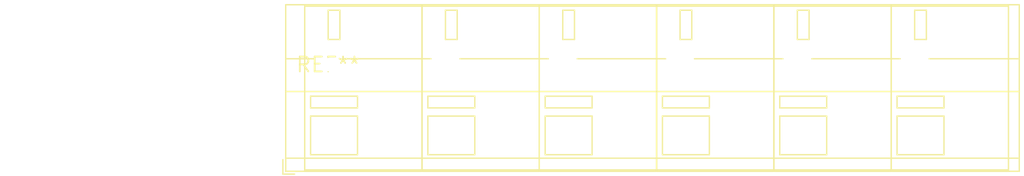
<source format=kicad_pcb>
(kicad_pcb (version 20240108) (generator pcbnew)
  (layers (0 "F.Cu" signal) (31 "B.Cu" signal) (34 "B.Paste" user) (35 "F.Paste" user) (36 "B.SilkS" user "B.Silkscreen") (37 "F.SilkS" user "F.Silkscreen") (38 "B.Mask" user) (39 "F.Mask" user) (44 "Edge.Cuts" user))
  (net 0 "")
  (footprint "TerminalBlock_WAGO_236-306_1x06_P10.00mm_45Degree" (layer "F.Cu") (at 0 0)
    (property "Reference" "REF**")
    (property "Value" "TerminalBlock_WAGO_236-306_1x06_P10.00mm_45Degree")
    (fp_line (start -3.86 8.12) (end -3.86 9.36) (layer "F.SilkS") (stroke (width 0.12)))
    (fp_line (start -3.86 9.36) (end -2.86 9.36) (layer "F.SilkS") (stroke (width 0.12)))
    (fp_line (start -3.62 -5.12) (end -3.62 9.12) (layer "F.SilkS") (stroke (width 0.12)))
    (fp_line (start -3.62 -5.12) (end 58.92 -5.12) (layer "F.SilkS") (stroke (width 0.12)))
    (fp_line (start -3.62 -0.5) (end -1.23 -0.5) (layer "F.SilkS") (stroke (width 0.12)))
    (fp_line (start -3.62 2.3) (end 58.92 2.3) (layer "F.SilkS") (stroke (width 0.12)))
    (fp_line (start -3.62 8) (end 58.92 8) (layer "F.SilkS") (stroke (width 0.12)))
    (fp_line (start -3.62 9.12) (end 58.92 9.12) (layer "F.SilkS") (stroke (width 0.12)))
    (fp_line (start -2 -5) (end -2 9) (layer "F.SilkS") (stroke (width 0.12)))
    (fp_line (start -2 -5) (end 8 -5) (layer "F.SilkS") (stroke (width 0.12)))
    (fp_line (start -2 9) (end 8 9) (layer "F.SilkS") (stroke (width 0.12)))
    (fp_line (start -1.5 2.7) (end -1.5 3.7) (layer "F.SilkS") (stroke (width 0.12)))
    (fp_line (start -1.5 2.7) (end 2.5 2.7) (layer "F.SilkS") (stroke (width 0.12)))
    (fp_line (start -1.5 3.7) (end 2.5 3.7) (layer "F.SilkS") (stroke (width 0.12)))
    (fp_line (start -1.5 4.4) (end -1.5 7.7) (layer "F.SilkS") (stroke (width 0.12)))
    (fp_line (start -1.5 4.4) (end 2.5 4.4) (layer "F.SilkS") (stroke (width 0.12)))
    (fp_line (start -1.5 7.7) (end 2.5 7.7) (layer "F.SilkS") (stroke (width 0.12)))
    (fp_line (start 0 -4.65) (end 0 -2.151) (layer "F.SilkS") (stroke (width 0.12)))
    (fp_line (start 0 -4.65) (end 1 -4.65) (layer "F.SilkS") (stroke (width 0.12)))
    (fp_line (start 0 -2.151) (end 1 -2.151) (layer "F.SilkS") (stroke (width 0.12)))
    (fp_line (start 1 -4.65) (end 1 -2.151) (layer "F.SilkS") (stroke (width 0.12)))
    (fp_line (start 1.23 -0.5) (end 8.77 -0.5) (layer "F.SilkS") (stroke (width 0.12)))
    (fp_line (start 2.5 2.7) (end 2.5 3.7) (layer "F.SilkS") (stroke (width 0.12)))
    (fp_line (start 2.5 4.4) (end 2.5 7.7) (layer "F.SilkS") (stroke (width 0.12)))
    (fp_line (start 8 -5) (end 8 9) (layer "F.SilkS") (stroke (width 0.12)))
    (fp_line (start 8 -5) (end 8 9) (layer "F.SilkS") (stroke (width 0.12)))
    (fp_line (start 8 -5) (end 18 -5) (layer "F.SilkS") (stroke (width 0.12)))
    (fp_line (start 8 9) (end 18 9) (layer "F.SilkS") (stroke (width 0.12)))
    (fp_line (start 8.5 2.7) (end 8.5 3.7) (layer "F.SilkS") (stroke (width 0.12)))
    (fp_line (start 8.5 2.7) (end 12.5 2.7) (layer "F.SilkS") (stroke (width 0.12)))
    (fp_line (start 8.5 3.7) (end 12.5 3.7) (layer "F.SilkS") (stroke (width 0.12)))
    (fp_line (start 8.5 4.4) (end 8.5 7.7) (layer "F.SilkS") (stroke (width 0.12)))
    (fp_line (start 8.5 4.4) (end 12.5 4.4) (layer "F.SilkS") (stroke (width 0.12)))
    (fp_line (start 8.5 7.7) (end 12.5 7.7) (layer "F.SilkS") (stroke (width 0.12)))
    (fp_line (start 10 -4.65) (end 10 -2.151) (layer "F.SilkS") (stroke (width 0.12)))
    (fp_line (start 10 -4.65) (end 11 -4.65) (layer "F.SilkS") (stroke (width 0.12)))
    (fp_line (start 10 -2.151) (end 11 -2.151) (layer "F.SilkS") (stroke (width 0.12)))
    (fp_line (start 11 -4.65) (end 11 -2.151) (layer "F.SilkS") (stroke (width 0.12)))
    (fp_line (start 11.23 -0.5) (end 18.77 -0.5) (layer "F.SilkS") (stroke (width 0.12)))
    (fp_line (start 12.5 2.7) (end 12.5 3.7) (layer "F.SilkS") (stroke (width 0.12)))
    (fp_line (start 12.5 4.4) (end 12.5 7.7) (layer "F.SilkS") (stroke (width 0.12)))
    (fp_line (start 18 -5) (end 18 9) (layer "F.SilkS") (stroke (width 0.12)))
    (fp_line (start 18 -5) (end 18 9) (layer "F.SilkS") (stroke (width 0.12)))
    (fp_line (start 18 -5) (end 28 -5) (layer "F.SilkS") (stroke (width 0.12)))
    (fp_line (start 18 9) (end 28 9) (layer "F.SilkS") (stroke (width 0.12)))
    (fp_line (start 18.5 2.7) (end 18.5 3.7) (layer "F.SilkS") (stroke (width 0.12)))
    (fp_line (start 18.5 2.7) (end 22.5 2.7) (layer "F.SilkS") (stroke (width 0.12)))
    (fp_line (start 18.5 3.7) (end 22.5 3.7) (layer "F.SilkS") (stroke (width 0.12)))
    (fp_line (start 18.5 4.4) (end 18.5 7.7) (layer "F.SilkS") (stroke (width 0.12)))
    (fp_line (start 18.5 4.4) (end 22.5 4.4) (layer "F.SilkS") (stroke (width 0.12)))
    (fp_line (start 18.5 7.7) (end 22.5 7.7) (layer "F.SilkS") (stroke (width 0.12)))
    (fp_line (start 20 -4.65) (end 20 -2.151) (layer "F.SilkS") (stroke (width 0.12)))
    (fp_line (start 20 -4.65) (end 21 -4.65) (layer "F.SilkS") (stroke (width 0.12)))
    (fp_line (start 20 -2.151) (end 21 -2.151) (layer "F.SilkS") (stroke (width 0.12)))
    (fp_line (start 21 -4.65) (end 21 -2.151) (layer "F.SilkS") (stroke (width 0.12)))
    (fp_line (start 21.23 -0.5) (end 28.77 -0.5) (layer "F.SilkS") (stroke (width 0.12)))
    (fp_line (start 22.5 2.7) (end 22.5 3.7) (layer "F.SilkS") (stroke (width 0.12)))
    (fp_line (start 22.5 4.4) (end 22.5 7.7) (layer "F.SilkS") (stroke (width 0.12)))
    (fp_line (start 28 -5) (end 28 9) (layer "F.SilkS") (stroke (width 0.12)))
    (fp_line (start 28 -5) (end 28 9) (layer "F.SilkS") (stroke (width 0.12)))
    (fp_line (start 28 -5) (end 38 -5) (layer "F.SilkS") (stroke (width 0.12)))
    (fp_line (start 28 9) (end 38 9) (layer "F.SilkS") (stroke (width 0.12)))
    (fp_line (start 28.5 2.7) (end 28.5 3.7) (layer "F.SilkS") (stroke (width 0.12)))
    (fp_line (start 28.5 2.7) (end 32.5 2.7) (layer "F.SilkS") (stroke (width 0.12)))
    (fp_line (start 28.5 3.7) (end 32.5 3.7) (layer "F.SilkS") (stroke (width 0.12)))
    (fp_line (start 28.5 4.4) (end 28.5 7.7) (layer "F.SilkS") (stroke (width 0.12)))
    (fp_line (start 28.5 4.4) (end 32.5 4.4) (layer "F.SilkS") (stroke (width 0.12)))
    (fp_line (start 28.5 7.7) (end 32.5 7.7) (layer "F.SilkS") (stroke (width 0.12)))
    (fp_line (start 30 -4.65) (end 30 -2.151) (layer "F.SilkS") (stroke (width 0.12)))
    (fp_line (start 30 -4.65) (end 31 -4.65) (layer "F.SilkS") (stroke (width 0.12)))
    (fp_line (start 30 -2.151) (end 31 -2.151) (layer "F.SilkS") (stroke (width 0.12)))
    (fp_line (start 31 -4.65) (end 31 -2.151) (layer "F.SilkS") (stroke (width 0.12)))
    (fp_line (start 31.23 -0.5) (end 38.77 -0.5) (layer "F.SilkS") (stroke (width 0.12)))
    (fp_line (start 32.5 2.7) (end 32.5 3.7) (layer "F.SilkS") (stroke (width 0.12)))
    (fp_line (start 32.5 4.4) (end 32.5 7.7) (layer "F.SilkS") (stroke (width 0.12)))
    (fp_line (start 38 -5) (end 38 9) (layer "F.SilkS") (stroke (width 0.12)))
    (fp_line (start 38 -5) (end 38 9) (layer "F.SilkS") (stroke (width 0.12)))
    (fp_line (start 38 -5) (end 48 -5) (layer "F.SilkS") (stroke (width 0.12)))
    (fp_line (start 38 9) (end 48 9) (layer "F.SilkS") (stroke (width 0.12)))
    (fp_line (start 38.5 2.7) (end 38.5 3.7) (layer "F.SilkS") (stroke (width 0.12)))
    (fp_line (start 38.5 2.7) (end 42.5 2.7) (layer "F.SilkS") (stroke (width 0.12)))
    (fp_line (start 38.5 3.7) (end 42.5 3.7) (layer "F.SilkS") (stroke (width 0.12)))
    (fp_line (start 38.5 4.4) (end 38.5 7.7) (layer "F.SilkS") (stroke (width 0.12)))
    (fp_line (start 38.5 4.4) (end 42.5 4.4) (layer "F.SilkS") (stroke (width 0.12)))
    (fp_line (start 38.5 7.7) (end 42.5 7.7) (layer "F.SilkS") (stroke (width 0.12)))
    (fp_line (start 40 -4.65) (end 40 -2.151) (layer "F.SilkS") (stroke (width 0.12)))
    (fp_line (start 40 -4.65) (end 41 -4.65) (layer "F.SilkS") (stroke (width 0.12)))
    (fp_line (start 40 -2.151) (end 41 -2.151) (layer "F.SilkS") (stroke (width 0.12)))
    (fp_line (start 41 -4.65) (end 41 -2.151) (layer "F.SilkS") (stroke (width 0.12)))
    (fp_line (start 41.23 -0.5) (end 48.77 -0.5) (layer "F.SilkS") (stroke (width 0.12)))
    (fp_line (start 42.5 2.7) (end 42.5 3.7) (layer "F.SilkS") (stroke (width 0.12)))
    (fp_line (start 42.5 4.4) (end 42.5 7.7) (layer "F.SilkS") (stroke (width 0.12)))
    (fp_line (start 48 -5) (end 48 9) (layer "F.SilkS") (stroke (width 0.12)))
    (fp_line (start 48 -5) (end 48 9) (layer "F.SilkS") (stroke (width 0.12)))
    (fp_line (start 48 -5) (end 58 -5) (layer "F.SilkS") (stroke (width 0.12)))
    (fp_line (start 48 9) (end 58 9) (layer "F.SilkS") (stroke (width 0.12)))
    (fp_line (start 48.5 2.7) (end 48.5 3.7) (layer "F.SilkS") (stroke (width 0.12)))
    (fp_line (start 48.5 2.7) (end 52.5 2.7) (layer "F.SilkS") (stroke (width 0.12)))
    (fp_line (start 48.5 3.7) (end 52.5 3.7) (layer "F.SilkS") (stroke (width 0.12)))
    (fp_line (start 48.5 4.4) (end 48.5 7.7) (layer "F.SilkS") (stroke (width 0.12)))
    (fp_line (start 48.5 4.4) (end 52.5 4.4) (layer "F.SilkS") (stroke (width 0.12)))
    (fp_line (start 48.5 7.7) (end 52.5 7.7) (layer "F.SilkS") (stroke (width 0.12)))
    (fp_line (start 50 -4.65) (end 50 -2.151) (layer "F.SilkS") (stroke (width 0.12)))
    (fp_line (start 50 -4.65) (end 51 -4.65) (layer "F.SilkS") (stroke (width 0.12)))
    (fp_line (start 50 -2.151) (end 51 -2.151) (layer "F.SilkS") (stroke (width 0.12)))
    (fp_line (start 51 -4.65) (end 51 -2.151) (layer "F.SilkS") (stroke (width 0.12)))
    (fp_line (start 51.23 -0.5) (end 58.92 -0.5) (layer "F.SilkS") (stroke (width 0.12)))
    (fp_line (start 52.5 2.7) (end 52.5 3.7) (layer "F.SilkS") (stroke (width 0.12)))
    (fp_line (start 52.5 4.4) (end 52.5 7.7) (layer "F.SilkS") (stroke (width 0.12)))
    (fp_line (start 58 -5) (end 58 9) (layer "F.SilkS") (stroke (width 0.12)))
    (fp_line (start 58.92 -5.12) (end 58.92 9.12) (layer "F.SilkS") (stroke (width 0.12)))
    (pad "1" thru_hole rect (at 0 0) (size 1.5 3) (drill 1.15) (layers *.Cu *.Mask) (remove_unused_layers))
    (pad "2" thru_hole oval (at 10 0) (size 1.5 3) (drill 1.15) (layers *.Cu *.Mask) (remove_unused_layers))
    (pad "3" thru_hole oval (at 20 0) (size 1.5 3) (drill 1.15) (layers *.Cu *.Mask) (remove_unused_layers))
    (pad "4" thru_hole oval (at 30 0) (size 1.5 3) (drill 1.15) (layers *.Cu *.Mask) (remove_unused_layers))
    (pad "5" thru_hole oval (at 40 0) (size 1.5 3) (drill 1.15) (layers *.Cu *.Mask) (remove_unused_layers))
    (pad "6" thru_hole oval (at 50 0) (size 1.5 3) (drill 1.15) (layers *.Cu *.Mask) (remove_unused_layers))
  )
)
</source>
